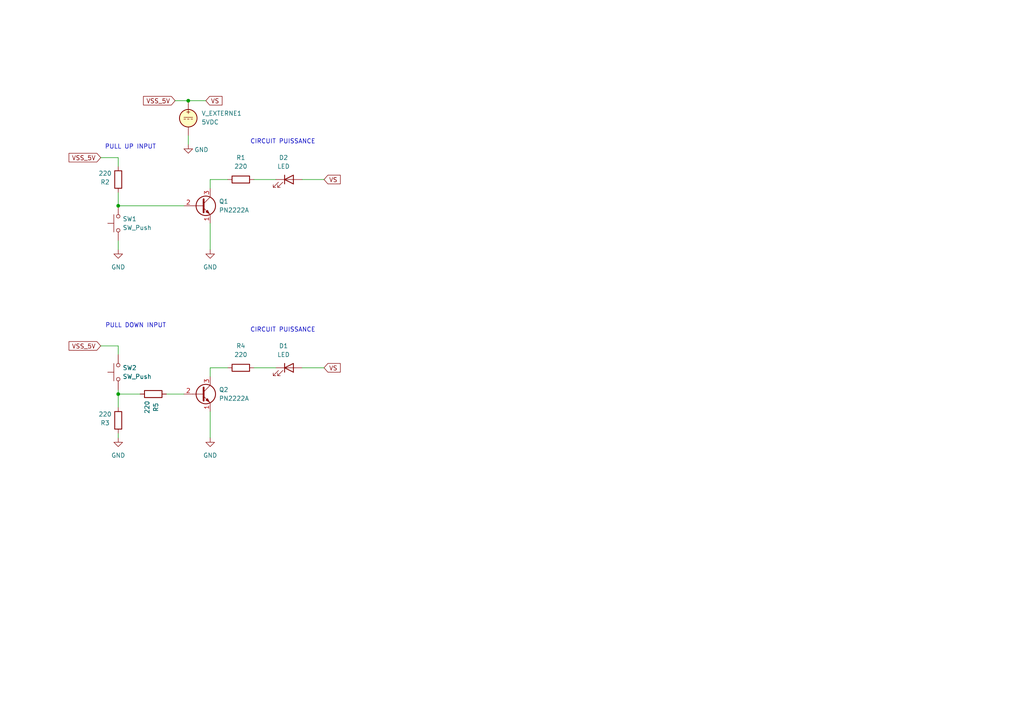
<source format=kicad_sch>
(kicad_sch (version 20250114) (generator "eeschema") (generator_version "9.0")
  (paper "A4")
  (lib_symbols
    (symbol "Device:LED" (pin_numbers (hide yes)) (pin_names (offset 1.016) (hide yes))
      (property "Reference" "D" (at 0 2.54 0))
      (property "Value" "LED" (at 0 -2.54 0))
      (symbol "LED_0_1"
        (polyline (pts (xy -3.048 -0.762) (xy -4.572 -2.286) (xy -3.81 -2.286) (xy -4.572 -2.286) (xy -4.572 -1.524)))
        (polyline (pts (xy -1.778 -0.762) (xy -3.302 -2.286) (xy -2.54 -2.286) (xy -3.302 -2.286) (xy -3.302 -1.524)))
        (polyline (pts (xy -1.27 0) (xy 1.27 0)))
        (polyline (pts (xy -1.27 -1.27) (xy -1.27 1.27)) (stroke (width 0.254)))
        (polyline (pts (xy 1.27 -1.27) (xy 1.27 1.27) (xy -1.27 0) (xy 1.27 -1.27)) (stroke (width 0.254)))
      )
      (symbol "LED_1_1"
        (pin passive line (at -3.81 0 0) (length 2.54) (name "K") (number "1"))
        (pin passive line (at 3.81 0 180) (length 2.54) (name "A") (number "2"))
      )
    )
    (symbol "Device:R" (pin_numbers (hide yes)) (pin_names (offset 0))
      (property "Reference" "R" (at 2.032 0 90))
      (property "Value" "R" (at 0 0 90))
      (symbol "R_0_1"
        (rectangle (start -1.016 -2.54) (end 1.016 2.54) (stroke (width 0.254)))
      )
      (symbol "R_1_1"
        (pin passive line (at 0 3.81 270) (length 1.27) (name "~") (number "1"))
        (pin passive line (at 0 -3.81 90) (length 1.27) (name "~") (number "2"))
      )
    )
    (symbol "Simulation_SPICE:VDC" (pin_numbers (hide yes)) (pin_names (offset 0.0254))
      (property "Reference" "V" (at 2.54 2.54 0))
      (property "Value" "1" (at 2.54 0 0))
      (symbol "VDC_0_0"
        (polyline (pts (xy -1.27 0.254) (xy 1.27 0.254)))
        (polyline (pts (xy -0.762 -0.254) (xy -1.27 -0.254)))
        (polyline (pts (xy 0.254 -0.254) (xy -0.254 -0.254)))
        (polyline (pts (xy 1.27 -0.254) (xy 0.762 -0.254)))
        (text "+" (at 0 1.905 0) (effects (font (size 1.27 1.27))))
      )
      (symbol "VDC_0_1"
        (circle (center 0 0) (radius 2.54) (stroke (width 0.254)) (fill (type background)))
      )
      (symbol "VDC_1_1"
        (pin passive line (at 0 5.08 270) (length 2.54) (name "~") (number "1"))
        (pin passive line (at 0 -5.08 90) (length 2.54) (name "~") (number "2"))
      )
    )
    (symbol "Switch:SW_Push" (pin_numbers (hide yes)) (pin_names (offset 1.016) (hide yes))
      (property "Reference" "SW" (at 1.27 2.54 0))
      (property "Value" "SW_Push" (at 0 -1.524 0))
      (symbol "SW_Push_0_1"
        (circle (center -2.032 0) (radius 0.508))
        (polyline (pts (xy 0 1.27) (xy 0 3.048)))
        (circle (center 2.032 0) (radius 0.508))
        (polyline (pts (xy 2.54 1.27) (xy -2.54 1.27)))
        (pin passive line (at -5.08 0 0) (length 2.54) (name "1") (number "1"))
        (pin passive line (at 5.08 0 180) (length 2.54) (name "2") (number "2"))
      )
    )
    (symbol "Transistor_BJT:PN2222A" (pin_names (offset 0) (hide yes))
      (property "Reference" "Q" (at 5.08 1.905 0))
      (property "Value" "PN2222A" (at 5.08 0 0))
      (symbol "PN2222A_0_1"
        (polyline (pts (xy -2.54 0) (xy 0.635 0)))
        (polyline (pts (xy 0.635 1.905) (xy 0.635 -1.905)) (stroke (width 0.508)))
        (circle (center 1.27 0) (radius 2.8194) (stroke (width 0.254)))
      )
      (symbol "PN2222A_1_1"
        (polyline (pts (xy 0.635 0.635) (xy 2.54 2.54)))
        (polyline (pts (xy 0.635 -0.635) (xy 2.54 -2.54)))
        (polyline (pts (xy 1.27 -1.778) (xy 1.778 -1.27) (xy 2.286 -2.286) (xy 1.27 -1.778)) (fill (type outline)))
        (pin input line (at -5.08 0 0) (length 2.54) (name "B") (number "2"))
        (pin passive line (at 2.54 5.08 270) (length 2.54) (name "C") (number "3"))
        (pin passive line (at 2.54 -5.08 90) (length 2.54) (name "E") (number "1"))
      )
    )
    (symbol "power:GND" (power) (pin_numbers (hide yes)) (pin_names (offset 0) (hide yes))
      (property "Value" "GND" (at 0 -3.81 0))
      (symbol "GND_0_1"
        (polyline (pts (xy 0 0) (xy 0 -1.27) (xy 1.27 -1.27) (xy 0 -2.54) (xy -1.27 -1.27) (xy 0 -1.27)))
      )
      (symbol "GND_1_1"
        (pin power_in line (at 0 0 270) (length 0) (name "~") (number "1"))
      )
    )
  )
  (text "CIRCUIT PUISSANCE" (at 82.042 95.758 0) (effects (font (size 1.27 1.27))))
  (text "PULL UP INPUT" (at 37.846 42.672 0) (effects (font (size 1.27 1.27))))
  (text "PULL DOWN INPUT" (at 39.37 94.488 0) (effects (font (size 1.27 1.27))))
  (text "CIRCUIT PUISSANCE" (at 82.042 41.148 0) (effects (font (size 1.27 1.27))))
  (junction (at 34.29 59.69))
  (junction (at 54.61 29.21))
  (junction (at 34.29 114.3))
  (wire (pts (xy 29.21 100.33) (xy 34.29 100.33)))
  (wire (pts (xy 34.29 100.33) (xy 34.29 102.87)))
  (wire (pts (xy 29.21 45.72) (xy 34.29 45.72)))
  (wire (pts (xy 87.63 52.07) (xy 93.98 52.07)))
  (wire (pts (xy 34.29 114.3) (xy 34.29 118.11)))
  (wire (pts (xy 60.96 52.07) (xy 66.04 52.07)))
  (wire (pts (xy 50.8 29.21) (xy 54.61 29.21)))
  (wire (pts (xy 54.61 39.37) (xy 54.61 41.91)))
  (wire (pts (xy 34.29 72.39) (xy 34.29 69.85)))
  (wire (pts (xy 48.26 114.3) (xy 53.34 114.3)))
  (wire (pts (xy 60.96 119.38) (xy 60.96 127)))
  (wire (pts (xy 60.96 106.68) (xy 66.04 106.68)))
  (wire (pts (xy 60.96 106.68) (xy 60.96 109.22)))
  (wire (pts (xy 34.29 45.72) (xy 34.29 48.26)))
  (wire (pts (xy 34.29 113.03) (xy 34.29 114.3)))
  (wire (pts (xy 54.61 29.21) (xy 59.69 29.21)))
  (wire (pts (xy 73.66 106.68) (xy 80.01 106.68)))
  (wire (pts (xy 73.66 52.07) (xy 80.01 52.07)))
  (wire (pts (xy 34.29 125.73) (xy 34.29 127)))
  (wire (pts (xy 34.29 59.69) (xy 53.34 59.69)))
  (wire (pts (xy 60.96 64.77) (xy 60.96 72.39)))
  (wire (pts (xy 60.96 52.07) (xy 60.96 54.61)))
  (wire (pts (xy 87.63 106.68) (xy 93.98 106.68)))
  (wire (pts (xy 34.29 55.88) (xy 34.29 59.69)))
  (wire (pts (xy 34.29 114.3) (xy 40.64 114.3)))
  (global_label "VS" (shape input) (at 59.69 29.21 0) (property "Intersheetrefs" "${INTERSHEET_REFS}" (effects (hide yes))))
  (global_label "VS" (shape input) (at 93.98 106.68 0) (property "Intersheetrefs" "${INTERSHEET_REFS}" (effects (hide yes))))
  (global_label "VSS_5V" (shape input) (at 29.21 45.72 180) (property "Intersheetrefs" "${INTERSHEET_REFS}" (effects (hide yes))))
  (global_label "VS" (shape input) (at 93.98 52.07 0) (property "Intersheetrefs" "${INTERSHEET_REFS}" (effects (hide yes))))
  (global_label "VSS_5V" (shape input) (at 50.8 29.21 180) (property "Intersheetrefs" "${INTERSHEET_REFS}" (effects (hide yes))))
  (global_label "VSS_5V" (shape input) (at 29.21 100.33 180) (property "Intersheetrefs" "${INTERSHEET_REFS}" (effects (hide yes))))
  (symbol (lib_id "Device:R") (at 69.85 52.07 270) (unit 1)
    (property "Reference" "R1" (at 69.85 45.72 90))
    (property "Value" "220" (at 69.85 48.26 90))
    (property "Footprint" "Resistor_THT:R_Axial_DIN0411_L9.9mm_D3.6mm_P7.62mm_Vertical" (effects (hide yes)))
    (property "Description" "Resistor" (effects (hide yes)))
  )
  (symbol (lib_id "Device:R") (at 69.85 106.68 270) (unit 1)
    (property "Reference" "R4" (at 69.85 100.33 90))
    (property "Value" "220" (at 69.85 102.87 90))
    (property "Footprint" "Resistor_THT:R_Axial_DIN0411_L9.9mm_D3.6mm_P7.62mm_Vertical" (effects (hide yes)))
    (property "Description" "Resistor" (effects (hide yes)))
  )
  (symbol (lib_id "power:GND") (at 34.29 127 0) (unit 1)
    (property "Reference" "#PWR03" (effects (hide yes)))
    (property "Value" "GND" (at 34.29 132.08 0))
    (property "Description" "Power symbol creates a global label with name \"GND\" , ground" (effects (hide yes)))
  )
  (symbol (lib_id "power:GND") (at 34.29 72.39 0) (unit 1)
    (property "Reference" "#PWR02" (effects (hide yes)))
    (property "Value" "GND" (at 34.29 77.47 0))
    (property "Description" "Power symbol creates a global label with name \"GND\" , ground" (effects (hide yes)))
  )
  (symbol (lib_id "Transistor_BJT:PN2222A") (at 58.42 59.69 0) (unit 1)
    (property "Reference" "Q1" (at 63.5 58.4199 0) (effects (justify left)))
    (property "Value" "PN2222A" (at 63.5 60.9599 0) (effects (justify left)))
    (property "Footprint" "Package_TO_SOT_THT:TO-92_Inline" (effects (hide yes)))
    (property "Datasheet" "https://www.onsemi.com/pub/Collateral/PN2222-D.PDF" (effects (hide yes)))
    (property "Description" "1A Ic, 40V Vce, NPN Transistor, General Purpose Transistor, TO-92" (effects (hide yes)))
  )
  (symbol (lib_id "power:GND") (at 60.96 127 0) (unit 1)
    (property "Reference" "#PWR05" (effects (hide yes)))
    (property "Value" "GND" (at 60.96 132.08 0))
    (property "Description" "Power symbol creates a global label with name \"GND\" , ground" (effects (hide yes)))
  )
  (symbol (lib_id "power:GND") (at 54.61 41.91 0) (unit 1)
    (property "Reference" "#PWR06" (effects (hide yes)))
    (property "Value" "GND" (at 58.42 43.434 0))
    (property "Description" "Power symbol creates a global label with name \"GND\" , ground" (effects (hide yes)))
  )
  (symbol (lib_id "Device:R") (at 34.29 121.92 180) (unit 1)
    (property "Reference" "R3" (at 30.48 122.682 0))
    (property "Value" "220" (at 30.48 120.142 0))
    (property "Footprint" "Resistor_THT:R_Axial_DIN0411_L9.9mm_D3.6mm_P7.62mm_Vertical" (effects (hide yes)))
    (property "Description" "Resistor" (effects (hide yes)))
  )
  (symbol (lib_id "Device:LED") (at 83.82 106.68 0) (unit 1)
    (property "Reference" "D1" (at 82.2325 100.33 0))
    (property "Value" "LED" (at 82.2325 102.87 0))
    (property "Footprint" "LED_THT:LED_D5.0mm" (effects (hide yes)))
    (property "Description" "Light emitting diode" (effects (hide yes)))
    (property "Sim.Pins" "1=K 2=A" (effects (hide yes)))
  )
  (symbol (lib_id "Switch:SW_Push") (at 34.29 107.95 90) (unit 1)
    (property "Reference" "SW2" (at 35.56 106.6799 90) (effects (justify right)))
    (property "Value" "SW_Push" (at 35.56 109.2199 90) (effects (justify right)))
    (property "Footprint" "Connector_PinSocket_2.54mm:PinSocket_1x02_P2.54mm_Vertical" (effects (hide yes)))
    (property "Description" "Push button switch, generic, two pins" (effects (hide yes)))
  )
  (symbol (lib_id "Device:LED") (at 83.82 52.07 0) (unit 1)
    (property "Reference" "D2" (at 82.2325 45.72 0))
    (property "Value" "LED" (at 82.2325 48.26 0))
    (property "Footprint" "LED_THT:LED_D5.0mm" (effects (hide yes)))
    (property "Description" "Light emitting diode" (effects (hide yes)))
    (property "Sim.Pins" "1=K 2=A" (effects (hide yes)))
  )
  (symbol (lib_id "Device:R") (at 34.29 52.07 180) (unit 1)
    (property "Reference" "R2" (at 30.48 52.832 0))
    (property "Value" "220" (at 30.48 50.292 0))
    (property "Footprint" "Resistor_THT:R_Axial_DIN0411_L9.9mm_D3.6mm_P7.62mm_Vertical" (effects (hide yes)))
    (property "Description" "Resistor" (effects (hide yes)))
  )
  (symbol (lib_id "Simulation_SPICE:VDC") (at 54.61 34.29 0) (unit 1)
    (property "Reference" "V_EXTERNE1" (at 58.42 32.8901 0) (effects (justify left)))
    (property "Value" "5VDC" (at 58.42 35.4301 0) (effects (justify left)))
    (property "Footprint" "Connector_PinHeader_2.54mm:PinHeader_1x02_P2.54mm_Horizontal" (effects (hide yes)))
    (property "Datasheet" "https://ngspice.sourceforge.io/docs/ngspice-html-manual/manual.xhtml#sec_Independent_Sources_for" (effects (hide yes)))
    (property "Description" "Voltage source, DC" (effects (hide yes)))
    (property "Sim.Pins" "1=+ 2=-" (effects (hide yes)))
    (property "Sim.Type" "DC" (effects (hide yes)))
    (property "Sim.Device" "V" (effects (hide yes)))
  )
  (symbol (lib_id "power:GND") (at 60.96 72.39 0) (unit 1)
    (property "Reference" "#PWR01" (effects (hide yes)))
    (property "Value" "GND" (at 60.96 77.47 0))
    (property "Description" "Power symbol creates a global label with name \"GND\" , ground" (effects (hide yes)))
  )
  (symbol (lib_id "Device:R") (at 44.45 114.3 270) (unit 1)
    (property "Reference" "R5" (at 45.212 118.11 0))
    (property "Value" "220" (at 42.672 118.11 0))
    (property "Footprint" "Resistor_THT:R_Axial_DIN0411_L9.9mm_D3.6mm_P7.62mm_Vertical" (effects (hide yes)))
    (property "Description" "Resistor" (effects (hide yes)))
  )
  (symbol (lib_id "Transistor_BJT:PN2222A") (at 58.42 114.3 0) (unit 1)
    (property "Reference" "Q2" (at 63.5 113.0299 0) (effects (justify left)))
    (property "Value" "PN2222A" (at 63.5 115.5699 0) (effects (justify left)))
    (property "Footprint" "Package_TO_SOT_THT:TO-92_Inline" (effects (hide yes)))
    (property "Datasheet" "https://www.onsemi.com/pub/Collateral/PN2222-D.PDF" (effects (hide yes)))
    (property "Description" "1A Ic, 40V Vce, NPN Transistor, General Purpose Transistor, TO-92" (effects (hide yes)))
  )
  (symbol (lib_id "Switch:SW_Push") (at 34.29 64.77 90) (unit 1)
    (property "Reference" "SW1" (at 35.56 63.4999 90) (effects (justify right)))
    (property "Value" "SW_Push" (at 35.56 66.0399 90) (effects (justify right)))
    (property "Footprint" "Connector_PinSocket_2.54mm:PinSocket_1x02_P2.54mm_Vertical" (effects (hide yes)))
    (property "Description" "Push button switch, generic, two pins" (effects (hide yes)))
  )
)
</source>
